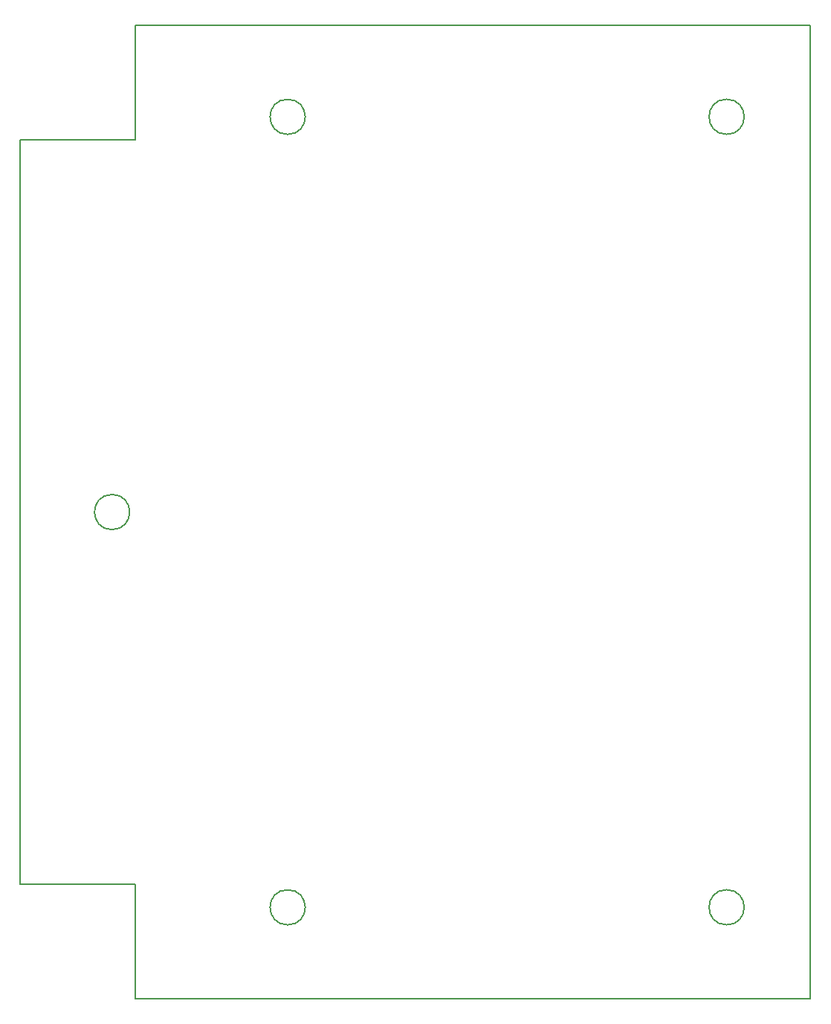
<source format=gbr>
G04 DesignSpark PCB PRO Gerber Version 10.0 Build 5299*
G04 #@! TF.Part,Single*
%FSLAX35Y35*%
%MOIN*%
%ADD10C,0.00500*%
G04 #@! TD.AperFunction*
X0Y0D02*
D02*
D10*
X59497Y239035D02*
G75*
G03*
Y254783I0J7874D01*
G01*
G75*
G03*
Y239035I0J-7874D01*
G01*
X138237Y61870D02*
G75*
G03*
Y77618I0J7874D01*
G01*
G75*
G03*
Y61870I0J-7874D01*
G01*
Y416201D02*
G75*
G03*
Y431949I0J7874D01*
G01*
G75*
G03*
Y416201I0J-7874D01*
G01*
X335087Y61870D02*
G75*
G03*
Y77618I0J7874D01*
G01*
G75*
G03*
Y61870I0J-7874D01*
G01*
Y416201D02*
G75*
G03*
Y431949I0J7874D01*
G01*
G75*
G03*
Y416201I0J-7874D01*
G01*
X372691Y465211D02*
X69935D01*
Y413636D01*
X18361D01*
Y80183D01*
X69935D01*
Y28608D01*
X372691D01*
Y465211D01*
X0Y0D02*
M02*

</source>
